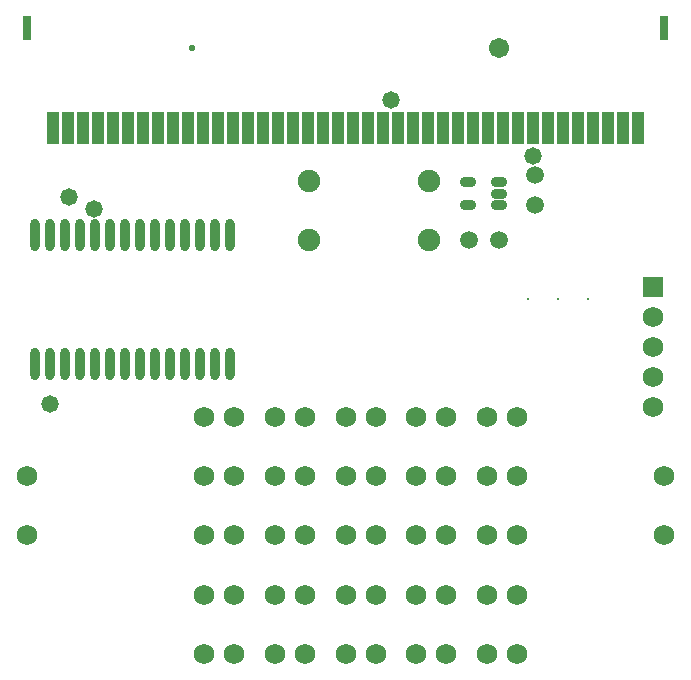
<source format=gts>
G04 Layer_Color=20142*
%FSLAX25Y25*%
%MOIN*%
G70*
G01*
G75*
%ADD27O,0.03162X0.10839*%
%ADD28R,0.03950X0.10642*%
G04:AMPARAMS|DCode=29|XSize=51.31mil|YSize=31.62mil|CornerRadius=9.91mil|HoleSize=0mil|Usage=FLASHONLY|Rotation=180.000|XOffset=0mil|YOffset=0mil|HoleType=Round|Shape=RoundedRectangle|*
%AMROUNDEDRECTD29*
21,1,0.05131,0.01181,0,0,180.0*
21,1,0.03150,0.03162,0,0,180.0*
1,1,0.01981,-0.01575,0.00591*
1,1,0.01981,0.01575,0.00591*
1,1,0.01981,0.01575,-0.00591*
1,1,0.01981,-0.01575,-0.00591*
%
%ADD29ROUNDEDRECTD29*%
%ADD30C,0.06800*%
%ADD31C,0.07493*%
%ADD32R,0.02769X0.07887*%
%ADD33C,0.06706*%
%ADD34C,0.02300*%
%ADD35C,0.05918*%
%ADD36C,0.00800*%
%ADD37R,0.06800X0.06800*%
%ADD38C,0.05800*%
D27*
X97421Y391929D02*
D03*
X102421D02*
D03*
X107421D02*
D03*
X112421D02*
D03*
X117421D02*
D03*
X122421D02*
D03*
X127421D02*
D03*
X132421D02*
D03*
X137421D02*
D03*
X142421D02*
D03*
X147421D02*
D03*
X152421D02*
D03*
X157421D02*
D03*
X162421D02*
D03*
X97421Y434843D02*
D03*
X102421D02*
D03*
X107421D02*
D03*
X112421D02*
D03*
X117421D02*
D03*
X122421D02*
D03*
X127421D02*
D03*
X132421D02*
D03*
X137421D02*
D03*
X142421D02*
D03*
X147421D02*
D03*
X152421D02*
D03*
X157421D02*
D03*
X162421D02*
D03*
D28*
X128228Y470433D02*
D03*
X133228D02*
D03*
X138228D02*
D03*
X148228D02*
D03*
X143228D02*
D03*
X118228D02*
D03*
X123228D02*
D03*
X113228D02*
D03*
X108228D02*
D03*
X103228D02*
D03*
X178228D02*
D03*
X183228D02*
D03*
X188228D02*
D03*
X198228D02*
D03*
X193228D02*
D03*
X168228D02*
D03*
X173228D02*
D03*
X163228D02*
D03*
X158228D02*
D03*
X153228D02*
D03*
X228228D02*
D03*
X233228D02*
D03*
X238228D02*
D03*
X248228D02*
D03*
X243228D02*
D03*
X218228D02*
D03*
X223228D02*
D03*
X213228D02*
D03*
X208228D02*
D03*
X203228D02*
D03*
X253228D02*
D03*
X258228D02*
D03*
X263228D02*
D03*
X273228D02*
D03*
X268228D02*
D03*
X293228D02*
D03*
X298228D02*
D03*
X288228D02*
D03*
X283228D02*
D03*
X278228D02*
D03*
D29*
X251969Y452362D02*
D03*
X241732Y444882D02*
D03*
X251969Y448622D02*
D03*
X241732Y452362D02*
D03*
X251969Y444882D02*
D03*
D30*
X307087Y334646D02*
D03*
Y354331D02*
D03*
X94488Y334646D02*
D03*
Y354331D02*
D03*
X303150Y407323D02*
D03*
Y397323D02*
D03*
Y387323D02*
D03*
Y377323D02*
D03*
X163543Y295276D02*
D03*
X153543D02*
D03*
X187165D02*
D03*
X177165D02*
D03*
X210787D02*
D03*
X200787D02*
D03*
X234409D02*
D03*
X224409D02*
D03*
X258032D02*
D03*
X248032D02*
D03*
X163543Y314961D02*
D03*
X153543D02*
D03*
X187165D02*
D03*
X177165D02*
D03*
X210787D02*
D03*
X200787D02*
D03*
X234409D02*
D03*
X224409D02*
D03*
X258032D02*
D03*
X248032D02*
D03*
X163543Y334646D02*
D03*
X153543D02*
D03*
X187165D02*
D03*
X177165D02*
D03*
X210787D02*
D03*
X200787D02*
D03*
X234409D02*
D03*
X224409D02*
D03*
X258032D02*
D03*
X248032D02*
D03*
X163543Y354331D02*
D03*
X153543D02*
D03*
X187165D02*
D03*
X177165D02*
D03*
X210787D02*
D03*
X200787D02*
D03*
X234409D02*
D03*
X224409D02*
D03*
X258032D02*
D03*
X248032D02*
D03*
X163543Y374016D02*
D03*
X153543D02*
D03*
X187165Y374016D02*
D03*
X177165D02*
D03*
X210787Y374016D02*
D03*
X200787D02*
D03*
X234409D02*
D03*
X224409D02*
D03*
X258032D02*
D03*
X248032D02*
D03*
D31*
X228662Y452756D02*
D03*
X188662D02*
D03*
X228662Y433071D02*
D03*
X188662D02*
D03*
D32*
X307087Y503937D02*
D03*
X94488D02*
D03*
D33*
X251969Y497244D02*
D03*
D34*
X149606D02*
D03*
D35*
X263780Y454882D02*
D03*
Y444882D02*
D03*
X241969Y433071D02*
D03*
X251969D02*
D03*
D36*
X271654Y413386D02*
D03*
X261654D02*
D03*
X281654D02*
D03*
D37*
X303150Y417323D02*
D03*
D38*
X263228Y461000D02*
D03*
X102421Y378600D02*
D03*
X117000Y443400D02*
D03*
X108500Y447400D02*
D03*
X215806Y479900D02*
D03*
M02*

</source>
